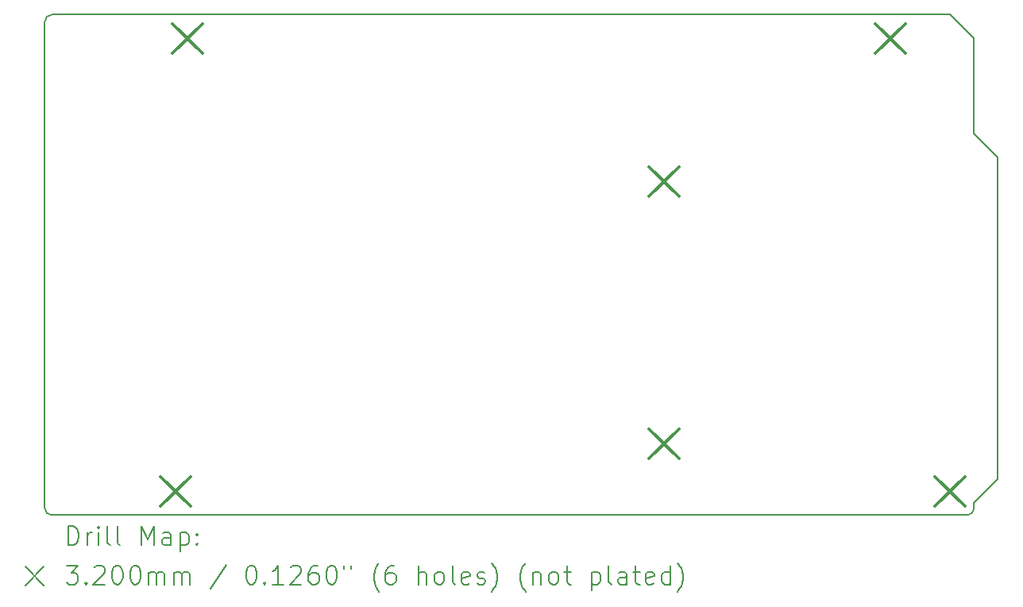
<source format=gbr>
%TF.GenerationSoftware,KiCad,Pcbnew,(6.0.7)*%
%TF.CreationDate,2022-11-04T20:59:33-04:00*%
%TF.ProjectId,dmgc-attiny-arduino-mega,646d6763-2d61-4747-9469-6e792d617264,rev?*%
%TF.SameCoordinates,Original*%
%TF.FileFunction,Drillmap*%
%TF.FilePolarity,Positive*%
%FSLAX45Y45*%
G04 Gerber Fmt 4.5, Leading zero omitted, Abs format (unit mm)*
G04 Created by KiCad (PCBNEW (6.0.7)) date 2022-11-04 20:59:33*
%MOMM*%
%LPD*%
G01*
G04 APERTURE LIST*
%ADD10C,0.150000*%
%ADD11C,0.200000*%
%ADD12C,0.320000*%
G04 APERTURE END LIST*
D10*
X19906000Y-5936000D02*
X20160000Y-6190000D01*
X10000000Y-9923800D02*
X10000000Y-4742200D01*
X20160000Y-6190000D02*
X20160000Y-9619000D01*
X19829800Y-10000000D02*
X10076200Y-10000000D01*
X10076200Y-4666000D02*
X19652000Y-4666000D01*
X10000000Y-9923800D02*
G75*
G03*
X10076200Y-10000000I76200J0D01*
G01*
X20160000Y-9619000D02*
X19906000Y-9873000D01*
X19652000Y-4666000D02*
X19906000Y-4920000D01*
X19829800Y-10000000D02*
G75*
G03*
X19906000Y-9923800I0J76200D01*
G01*
X19906000Y-4920000D02*
X19906000Y-5936000D01*
X19906000Y-9873000D02*
X19906000Y-9923800D01*
X10076200Y-4666000D02*
G75*
G03*
X10000000Y-4742200I0J-76200D01*
G01*
D11*
D12*
X11237000Y-9586000D02*
X11557000Y-9906000D01*
X11557000Y-9586000D02*
X11237000Y-9906000D01*
X11364000Y-4760000D02*
X11684000Y-5080000D01*
X11684000Y-4760000D02*
X11364000Y-5080000D01*
X16444000Y-6284000D02*
X16764000Y-6604000D01*
X16764000Y-6284000D02*
X16444000Y-6604000D01*
X16444000Y-9078000D02*
X16764000Y-9398000D01*
X16764000Y-9078000D02*
X16444000Y-9398000D01*
X18857000Y-4760000D02*
X19177000Y-5080000D01*
X19177000Y-4760000D02*
X18857000Y-5080000D01*
X19492000Y-9586000D02*
X19812000Y-9906000D01*
X19812000Y-9586000D02*
X19492000Y-9906000D01*
D11*
X10250119Y-10317976D02*
X10250119Y-10117976D01*
X10297738Y-10117976D01*
X10326310Y-10127500D01*
X10345357Y-10146548D01*
X10354881Y-10165595D01*
X10364405Y-10203690D01*
X10364405Y-10232262D01*
X10354881Y-10270357D01*
X10345357Y-10289405D01*
X10326310Y-10308452D01*
X10297738Y-10317976D01*
X10250119Y-10317976D01*
X10450119Y-10317976D02*
X10450119Y-10184643D01*
X10450119Y-10222738D02*
X10459643Y-10203690D01*
X10469167Y-10194167D01*
X10488214Y-10184643D01*
X10507262Y-10184643D01*
X10573929Y-10317976D02*
X10573929Y-10184643D01*
X10573929Y-10117976D02*
X10564405Y-10127500D01*
X10573929Y-10137024D01*
X10583452Y-10127500D01*
X10573929Y-10117976D01*
X10573929Y-10137024D01*
X10697738Y-10317976D02*
X10678690Y-10308452D01*
X10669167Y-10289405D01*
X10669167Y-10117976D01*
X10802500Y-10317976D02*
X10783452Y-10308452D01*
X10773929Y-10289405D01*
X10773929Y-10117976D01*
X11031071Y-10317976D02*
X11031071Y-10117976D01*
X11097738Y-10260833D01*
X11164405Y-10117976D01*
X11164405Y-10317976D01*
X11345357Y-10317976D02*
X11345357Y-10213214D01*
X11335833Y-10194167D01*
X11316786Y-10184643D01*
X11278690Y-10184643D01*
X11259643Y-10194167D01*
X11345357Y-10308452D02*
X11326309Y-10317976D01*
X11278690Y-10317976D01*
X11259643Y-10308452D01*
X11250119Y-10289405D01*
X11250119Y-10270357D01*
X11259643Y-10251310D01*
X11278690Y-10241786D01*
X11326309Y-10241786D01*
X11345357Y-10232262D01*
X11440595Y-10184643D02*
X11440595Y-10384643D01*
X11440595Y-10194167D02*
X11459643Y-10184643D01*
X11497738Y-10184643D01*
X11516786Y-10194167D01*
X11526309Y-10203690D01*
X11535833Y-10222738D01*
X11535833Y-10279881D01*
X11526309Y-10298929D01*
X11516786Y-10308452D01*
X11497738Y-10317976D01*
X11459643Y-10317976D01*
X11440595Y-10308452D01*
X11621548Y-10298929D02*
X11631071Y-10308452D01*
X11621548Y-10317976D01*
X11612024Y-10308452D01*
X11621548Y-10298929D01*
X11621548Y-10317976D01*
X11621548Y-10194167D02*
X11631071Y-10203690D01*
X11621548Y-10213214D01*
X11612024Y-10203690D01*
X11621548Y-10194167D01*
X11621548Y-10213214D01*
X9792500Y-10547500D02*
X9992500Y-10747500D01*
X9992500Y-10547500D02*
X9792500Y-10747500D01*
X10231071Y-10537976D02*
X10354881Y-10537976D01*
X10288214Y-10614167D01*
X10316786Y-10614167D01*
X10335833Y-10623690D01*
X10345357Y-10633214D01*
X10354881Y-10652262D01*
X10354881Y-10699881D01*
X10345357Y-10718929D01*
X10335833Y-10728452D01*
X10316786Y-10737976D01*
X10259643Y-10737976D01*
X10240595Y-10728452D01*
X10231071Y-10718929D01*
X10440595Y-10718929D02*
X10450119Y-10728452D01*
X10440595Y-10737976D01*
X10431071Y-10728452D01*
X10440595Y-10718929D01*
X10440595Y-10737976D01*
X10526310Y-10557024D02*
X10535833Y-10547500D01*
X10554881Y-10537976D01*
X10602500Y-10537976D01*
X10621548Y-10547500D01*
X10631071Y-10557024D01*
X10640595Y-10576071D01*
X10640595Y-10595119D01*
X10631071Y-10623690D01*
X10516786Y-10737976D01*
X10640595Y-10737976D01*
X10764405Y-10537976D02*
X10783452Y-10537976D01*
X10802500Y-10547500D01*
X10812024Y-10557024D01*
X10821548Y-10576071D01*
X10831071Y-10614167D01*
X10831071Y-10661786D01*
X10821548Y-10699881D01*
X10812024Y-10718929D01*
X10802500Y-10728452D01*
X10783452Y-10737976D01*
X10764405Y-10737976D01*
X10745357Y-10728452D01*
X10735833Y-10718929D01*
X10726310Y-10699881D01*
X10716786Y-10661786D01*
X10716786Y-10614167D01*
X10726310Y-10576071D01*
X10735833Y-10557024D01*
X10745357Y-10547500D01*
X10764405Y-10537976D01*
X10954881Y-10537976D02*
X10973929Y-10537976D01*
X10992976Y-10547500D01*
X11002500Y-10557024D01*
X11012024Y-10576071D01*
X11021548Y-10614167D01*
X11021548Y-10661786D01*
X11012024Y-10699881D01*
X11002500Y-10718929D01*
X10992976Y-10728452D01*
X10973929Y-10737976D01*
X10954881Y-10737976D01*
X10935833Y-10728452D01*
X10926310Y-10718929D01*
X10916786Y-10699881D01*
X10907262Y-10661786D01*
X10907262Y-10614167D01*
X10916786Y-10576071D01*
X10926310Y-10557024D01*
X10935833Y-10547500D01*
X10954881Y-10537976D01*
X11107262Y-10737976D02*
X11107262Y-10604643D01*
X11107262Y-10623690D02*
X11116786Y-10614167D01*
X11135833Y-10604643D01*
X11164405Y-10604643D01*
X11183452Y-10614167D01*
X11192976Y-10633214D01*
X11192976Y-10737976D01*
X11192976Y-10633214D02*
X11202500Y-10614167D01*
X11221548Y-10604643D01*
X11250119Y-10604643D01*
X11269167Y-10614167D01*
X11278690Y-10633214D01*
X11278690Y-10737976D01*
X11373928Y-10737976D02*
X11373928Y-10604643D01*
X11373928Y-10623690D02*
X11383452Y-10614167D01*
X11402500Y-10604643D01*
X11431071Y-10604643D01*
X11450119Y-10614167D01*
X11459643Y-10633214D01*
X11459643Y-10737976D01*
X11459643Y-10633214D02*
X11469167Y-10614167D01*
X11488214Y-10604643D01*
X11516786Y-10604643D01*
X11535833Y-10614167D01*
X11545357Y-10633214D01*
X11545357Y-10737976D01*
X11935833Y-10528452D02*
X11764405Y-10785595D01*
X12192976Y-10537976D02*
X12212024Y-10537976D01*
X12231071Y-10547500D01*
X12240595Y-10557024D01*
X12250119Y-10576071D01*
X12259643Y-10614167D01*
X12259643Y-10661786D01*
X12250119Y-10699881D01*
X12240595Y-10718929D01*
X12231071Y-10728452D01*
X12212024Y-10737976D01*
X12192976Y-10737976D01*
X12173928Y-10728452D01*
X12164405Y-10718929D01*
X12154881Y-10699881D01*
X12145357Y-10661786D01*
X12145357Y-10614167D01*
X12154881Y-10576071D01*
X12164405Y-10557024D01*
X12173928Y-10547500D01*
X12192976Y-10537976D01*
X12345357Y-10718929D02*
X12354881Y-10728452D01*
X12345357Y-10737976D01*
X12335833Y-10728452D01*
X12345357Y-10718929D01*
X12345357Y-10737976D01*
X12545357Y-10737976D02*
X12431071Y-10737976D01*
X12488214Y-10737976D02*
X12488214Y-10537976D01*
X12469167Y-10566548D01*
X12450119Y-10585595D01*
X12431071Y-10595119D01*
X12621548Y-10557024D02*
X12631071Y-10547500D01*
X12650119Y-10537976D01*
X12697738Y-10537976D01*
X12716786Y-10547500D01*
X12726309Y-10557024D01*
X12735833Y-10576071D01*
X12735833Y-10595119D01*
X12726309Y-10623690D01*
X12612024Y-10737976D01*
X12735833Y-10737976D01*
X12907262Y-10537976D02*
X12869167Y-10537976D01*
X12850119Y-10547500D01*
X12840595Y-10557024D01*
X12821548Y-10585595D01*
X12812024Y-10623690D01*
X12812024Y-10699881D01*
X12821548Y-10718929D01*
X12831071Y-10728452D01*
X12850119Y-10737976D01*
X12888214Y-10737976D01*
X12907262Y-10728452D01*
X12916786Y-10718929D01*
X12926309Y-10699881D01*
X12926309Y-10652262D01*
X12916786Y-10633214D01*
X12907262Y-10623690D01*
X12888214Y-10614167D01*
X12850119Y-10614167D01*
X12831071Y-10623690D01*
X12821548Y-10633214D01*
X12812024Y-10652262D01*
X13050119Y-10537976D02*
X13069167Y-10537976D01*
X13088214Y-10547500D01*
X13097738Y-10557024D01*
X13107262Y-10576071D01*
X13116786Y-10614167D01*
X13116786Y-10661786D01*
X13107262Y-10699881D01*
X13097738Y-10718929D01*
X13088214Y-10728452D01*
X13069167Y-10737976D01*
X13050119Y-10737976D01*
X13031071Y-10728452D01*
X13021548Y-10718929D01*
X13012024Y-10699881D01*
X13002500Y-10661786D01*
X13002500Y-10614167D01*
X13012024Y-10576071D01*
X13021548Y-10557024D01*
X13031071Y-10547500D01*
X13050119Y-10537976D01*
X13192976Y-10537976D02*
X13192976Y-10576071D01*
X13269167Y-10537976D02*
X13269167Y-10576071D01*
X13564405Y-10814167D02*
X13554881Y-10804643D01*
X13535833Y-10776071D01*
X13526309Y-10757024D01*
X13516786Y-10728452D01*
X13507262Y-10680833D01*
X13507262Y-10642738D01*
X13516786Y-10595119D01*
X13526309Y-10566548D01*
X13535833Y-10547500D01*
X13554881Y-10518929D01*
X13564405Y-10509405D01*
X13726309Y-10537976D02*
X13688214Y-10537976D01*
X13669167Y-10547500D01*
X13659643Y-10557024D01*
X13640595Y-10585595D01*
X13631071Y-10623690D01*
X13631071Y-10699881D01*
X13640595Y-10718929D01*
X13650119Y-10728452D01*
X13669167Y-10737976D01*
X13707262Y-10737976D01*
X13726309Y-10728452D01*
X13735833Y-10718929D01*
X13745357Y-10699881D01*
X13745357Y-10652262D01*
X13735833Y-10633214D01*
X13726309Y-10623690D01*
X13707262Y-10614167D01*
X13669167Y-10614167D01*
X13650119Y-10623690D01*
X13640595Y-10633214D01*
X13631071Y-10652262D01*
X13983452Y-10737976D02*
X13983452Y-10537976D01*
X14069167Y-10737976D02*
X14069167Y-10633214D01*
X14059643Y-10614167D01*
X14040595Y-10604643D01*
X14012024Y-10604643D01*
X13992976Y-10614167D01*
X13983452Y-10623690D01*
X14192976Y-10737976D02*
X14173928Y-10728452D01*
X14164405Y-10718929D01*
X14154881Y-10699881D01*
X14154881Y-10642738D01*
X14164405Y-10623690D01*
X14173928Y-10614167D01*
X14192976Y-10604643D01*
X14221548Y-10604643D01*
X14240595Y-10614167D01*
X14250119Y-10623690D01*
X14259643Y-10642738D01*
X14259643Y-10699881D01*
X14250119Y-10718929D01*
X14240595Y-10728452D01*
X14221548Y-10737976D01*
X14192976Y-10737976D01*
X14373928Y-10737976D02*
X14354881Y-10728452D01*
X14345357Y-10709405D01*
X14345357Y-10537976D01*
X14526309Y-10728452D02*
X14507262Y-10737976D01*
X14469167Y-10737976D01*
X14450119Y-10728452D01*
X14440595Y-10709405D01*
X14440595Y-10633214D01*
X14450119Y-10614167D01*
X14469167Y-10604643D01*
X14507262Y-10604643D01*
X14526309Y-10614167D01*
X14535833Y-10633214D01*
X14535833Y-10652262D01*
X14440595Y-10671310D01*
X14612024Y-10728452D02*
X14631071Y-10737976D01*
X14669167Y-10737976D01*
X14688214Y-10728452D01*
X14697738Y-10709405D01*
X14697738Y-10699881D01*
X14688214Y-10680833D01*
X14669167Y-10671310D01*
X14640595Y-10671310D01*
X14621548Y-10661786D01*
X14612024Y-10642738D01*
X14612024Y-10633214D01*
X14621548Y-10614167D01*
X14640595Y-10604643D01*
X14669167Y-10604643D01*
X14688214Y-10614167D01*
X14764405Y-10814167D02*
X14773928Y-10804643D01*
X14792976Y-10776071D01*
X14802500Y-10757024D01*
X14812024Y-10728452D01*
X14821548Y-10680833D01*
X14821548Y-10642738D01*
X14812024Y-10595119D01*
X14802500Y-10566548D01*
X14792976Y-10547500D01*
X14773928Y-10518929D01*
X14764405Y-10509405D01*
X15126309Y-10814167D02*
X15116786Y-10804643D01*
X15097738Y-10776071D01*
X15088214Y-10757024D01*
X15078690Y-10728452D01*
X15069167Y-10680833D01*
X15069167Y-10642738D01*
X15078690Y-10595119D01*
X15088214Y-10566548D01*
X15097738Y-10547500D01*
X15116786Y-10518929D01*
X15126309Y-10509405D01*
X15202500Y-10604643D02*
X15202500Y-10737976D01*
X15202500Y-10623690D02*
X15212024Y-10614167D01*
X15231071Y-10604643D01*
X15259643Y-10604643D01*
X15278690Y-10614167D01*
X15288214Y-10633214D01*
X15288214Y-10737976D01*
X15412024Y-10737976D02*
X15392976Y-10728452D01*
X15383452Y-10718929D01*
X15373928Y-10699881D01*
X15373928Y-10642738D01*
X15383452Y-10623690D01*
X15392976Y-10614167D01*
X15412024Y-10604643D01*
X15440595Y-10604643D01*
X15459643Y-10614167D01*
X15469167Y-10623690D01*
X15478690Y-10642738D01*
X15478690Y-10699881D01*
X15469167Y-10718929D01*
X15459643Y-10728452D01*
X15440595Y-10737976D01*
X15412024Y-10737976D01*
X15535833Y-10604643D02*
X15612024Y-10604643D01*
X15564405Y-10537976D02*
X15564405Y-10709405D01*
X15573928Y-10728452D01*
X15592976Y-10737976D01*
X15612024Y-10737976D01*
X15831071Y-10604643D02*
X15831071Y-10804643D01*
X15831071Y-10614167D02*
X15850119Y-10604643D01*
X15888214Y-10604643D01*
X15907262Y-10614167D01*
X15916786Y-10623690D01*
X15926309Y-10642738D01*
X15926309Y-10699881D01*
X15916786Y-10718929D01*
X15907262Y-10728452D01*
X15888214Y-10737976D01*
X15850119Y-10737976D01*
X15831071Y-10728452D01*
X16040595Y-10737976D02*
X16021548Y-10728452D01*
X16012024Y-10709405D01*
X16012024Y-10537976D01*
X16202500Y-10737976D02*
X16202500Y-10633214D01*
X16192976Y-10614167D01*
X16173928Y-10604643D01*
X16135833Y-10604643D01*
X16116786Y-10614167D01*
X16202500Y-10728452D02*
X16183452Y-10737976D01*
X16135833Y-10737976D01*
X16116786Y-10728452D01*
X16107262Y-10709405D01*
X16107262Y-10690357D01*
X16116786Y-10671310D01*
X16135833Y-10661786D01*
X16183452Y-10661786D01*
X16202500Y-10652262D01*
X16269167Y-10604643D02*
X16345357Y-10604643D01*
X16297738Y-10537976D02*
X16297738Y-10709405D01*
X16307262Y-10728452D01*
X16326309Y-10737976D01*
X16345357Y-10737976D01*
X16488214Y-10728452D02*
X16469167Y-10737976D01*
X16431071Y-10737976D01*
X16412024Y-10728452D01*
X16402500Y-10709405D01*
X16402500Y-10633214D01*
X16412024Y-10614167D01*
X16431071Y-10604643D01*
X16469167Y-10604643D01*
X16488214Y-10614167D01*
X16497738Y-10633214D01*
X16497738Y-10652262D01*
X16402500Y-10671310D01*
X16669167Y-10737976D02*
X16669167Y-10537976D01*
X16669167Y-10728452D02*
X16650119Y-10737976D01*
X16612024Y-10737976D01*
X16592976Y-10728452D01*
X16583452Y-10718929D01*
X16573928Y-10699881D01*
X16573928Y-10642738D01*
X16583452Y-10623690D01*
X16592976Y-10614167D01*
X16612024Y-10604643D01*
X16650119Y-10604643D01*
X16669167Y-10614167D01*
X16745357Y-10814167D02*
X16754881Y-10804643D01*
X16773928Y-10776071D01*
X16783452Y-10757024D01*
X16792976Y-10728452D01*
X16802500Y-10680833D01*
X16802500Y-10642738D01*
X16792976Y-10595119D01*
X16783452Y-10566548D01*
X16773928Y-10547500D01*
X16754881Y-10518929D01*
X16745357Y-10509405D01*
M02*

</source>
